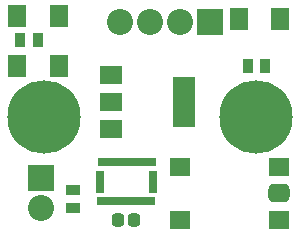
<source format=gts>
G04*
G04 #@! TF.GenerationSoftware,Altium Limited,Altium Designer,24.2.2 (26)*
G04*
G04 Layer_Color=8388736*
%FSLAX44Y44*%
%MOMM*%
G71*
G04*
G04 #@! TF.SameCoordinates,671ECA9C-2CDA-4785-821E-9719013758DC*
G04*
G04*
G04 #@! TF.FilePolarity,Negative*
G04*
G01*
G75*
%ADD14R,4.9540X0.6790*%
%ADD15R,0.6780X1.9500*%
%ADD16R,0.4532X0.6782*%
%ADD17R,0.6782X0.4532*%
%ADD18R,1.9032X1.6032*%
%ADD19R,1.9032X4.2032*%
G04:AMPARAMS|DCode=20|XSize=1.8032mm|YSize=1.6032mm|CornerRadius=0.4516mm|HoleSize=0mm|Usage=FLASHONLY|Rotation=0.000|XOffset=0mm|YOffset=0mm|HoleType=Round|Shape=RoundedRectangle|*
%AMROUNDEDRECTD20*
21,1,1.8032,0.7000,0,0,0.0*
21,1,0.9000,1.6032,0,0,0.0*
1,1,0.9032,0.4500,-0.3500*
1,1,0.9032,-0.4500,-0.3500*
1,1,0.9032,-0.4500,0.3500*
1,1,0.9032,0.4500,0.3500*
%
%ADD20ROUNDEDRECTD20*%
%ADD21R,1.8000X1.6000*%
%ADD22R,0.9032X1.2032*%
%ADD23R,1.2032X0.9032*%
%ADD24R,1.5032X1.9032*%
G04:AMPARAMS|DCode=25|XSize=1.1532mm|YSize=1.0532mm|CornerRadius=0.3141mm|HoleSize=0mm|Usage=FLASHONLY|Rotation=90.000|XOffset=0mm|YOffset=0mm|HoleType=Round|Shape=RoundedRectangle|*
%AMROUNDEDRECTD25*
21,1,1.1532,0.4250,0,0,90.0*
21,1,0.5250,1.0532,0,0,90.0*
1,1,0.6282,0.2125,0.2625*
1,1,0.6282,0.2125,-0.2625*
1,1,0.6282,-0.2125,-0.2625*
1,1,0.6282,-0.2125,0.2625*
%
%ADD25ROUNDEDRECTD25*%
%ADD26C,2.2032*%
%ADD27R,2.2032X2.2032*%
%ADD28R,2.2032X2.2032*%
%ADD29C,6.2032*%
D14*
X360365Y316520D02*
D03*
X360000Y283480D02*
D03*
D15*
X337500Y300000D02*
D03*
X382520D02*
D03*
D16*
X377860Y316520D02*
D03*
X372860D02*
D03*
X367860D02*
D03*
X362860D02*
D03*
X357860D02*
D03*
X352860D02*
D03*
X347860D02*
D03*
X342860D02*
D03*
X382860D02*
D03*
X337860D02*
D03*
X382500Y283480D02*
D03*
X377500D02*
D03*
X372500D02*
D03*
X367500D02*
D03*
X362500D02*
D03*
X357500D02*
D03*
X352500D02*
D03*
X347500D02*
D03*
X342500D02*
D03*
X337500D02*
D03*
D17*
X382500Y292500D02*
D03*
X337500D02*
D03*
X382500Y297500D02*
D03*
Y302500D02*
D03*
X337500D02*
D03*
X382500Y307500D02*
D03*
X337500Y297500D02*
D03*
Y307500D02*
D03*
D18*
X346500Y390500D02*
D03*
Y367500D02*
D03*
Y344500D02*
D03*
D19*
X408500Y367500D02*
D03*
D20*
X489500Y290000D02*
D03*
D21*
Y267525D02*
D03*
Y312475D02*
D03*
X405500Y267525D02*
D03*
Y312475D02*
D03*
D22*
X270000Y420000D02*
D03*
X285000D02*
D03*
X477500Y397500D02*
D03*
X462500D02*
D03*
D23*
X315000Y292500D02*
D03*
Y277500D02*
D03*
D24*
X302500Y397500D02*
D03*
X267500D02*
D03*
X302500Y440000D02*
D03*
X267500D02*
D03*
X490000Y437500D02*
D03*
X455000D02*
D03*
D25*
X366750Y267500D02*
D03*
X353250D02*
D03*
D26*
X379600Y434826D02*
D03*
X405000D02*
D03*
X354200D02*
D03*
X287500Y277300D02*
D03*
D27*
X430400Y434826D02*
D03*
D28*
X287500Y302700D02*
D03*
D29*
X470000Y355000D02*
D03*
X290000D02*
D03*
M02*

</source>
